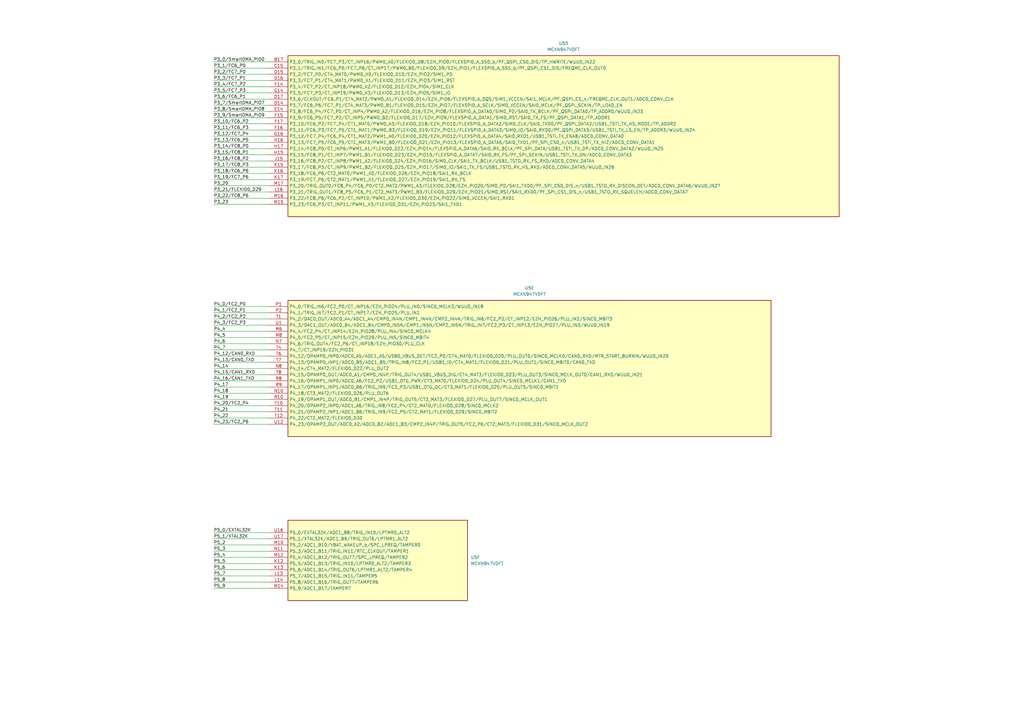
<source format=kicad_sch>
(kicad_sch (version 20231120) (generator "eeschema") (generator_version "8.0")
  (paper "A3")
  (title_block (title "MR-MCXN-T1 Sensor hub") (date "2025-01-17") (rev "X0") (company "NXP SEMICONDUCTORS B.V.") (comment 1 "CLASSIFICATION: INTERNAL USE ONLY") (comment 3 "DESIGNER: YOURI TILS") (comment 4 "CTO SYSTEM INNOVATIONS / MOBILE ROBOTICS DOMAIN"))
  (lib_symbols
    (symbol "MCXN:MCXN947VDFT"
      (property "Reference" "U" (at 1.27 3.81 0))
      (property "Value" "MCXN947VDFT" (at 7.62 1.27 0))
      (symbol "MCXN947VDFT_1_0"
        (rectangle (start 147.32 0) (end 0 -88.9) (stroke (width 0.254)) (fill (type background)))
        (pin passive line (at -7.62 -48.26 0) (length 7.62) (name "P0_17/TSI0_CH12/ADC0_A9/FC0_P1/CT0_MAT1/UTICK_CAP3/FLEXIO0_D1/PDM0_DATA0/I3C0_SCL/TP_HREADY") (number "A10"))
        (pin passive line (at -7.62 -27.94 0) (length 7.62) (name "P0_9/ADC0_B9/FC0_P5/CT_INP1/FLEXIO0_D1") (number "A12"))
        (pin passive line (at -7.62 -17.78 0) (length 7.62) (name "P0_5/TSI0_CH9/EWM0_OUT_b/FC0_P1/FC1_P5/CT0_MAT3/UTICK_CAP3/PDM0_DATA0") (number "A14"))
        (pin passive line (at -7.62 -7.62 0) (length 7.62) (name "P0_1/TCLK/SWCLK/FC1_P1/CT_INP1") (number "A16"))
        (pin passive line (at -7.62 -5.08 0) (length 7.62) (name "P0_0/TMS/SWDIO/FC1_P0/CT_INP0") (number "A17"))
        (pin passive line (at -7.62 -68.58 0) (length 7.62) (name "P0_25/ADC0_B17/FC1_P1/CT0_MAT1") (number "A6"))
        (pin passive line (at -7.62 -58.42 0) (length 7.62) (name "P0_21/TSI0_CH16/ADC0_A13/FC0_P5/FC1_P1/CT_INP1/FLEXIO0_D5/I3C0_SCL") (number "A8"))
        (pin passive line (at -7.62 -45.72 0) (length 7.62) (name "P0_16/TSI0_CH11/ADC0_A8/FC0_P0/CT0_MAT0/UTICK_CAP2/FLEXIO0_D0/PDM0_CLK/I3C0_SDA/TP_HRESP/WUU0_IN2") (number "B10"))
        (pin passive line (at -7.62 -33.02 0) (length 7.62) (name "P0_11/ADC0_B11/CT0_MAT1/FLEXIO0_D3/HSCMP2_OUT") (number "B11"))
        (pin passive line (at -7.62 -30.48 0) (length 7.62) (name "P0_10/ADC0_B10/FC0_P6/CT0_MAT0/FLEXIO0_D2") (number "B12"))
        (pin passive line (at -7.62 -15.24 0) (length 7.62) (name "P0_4/TSI0_CH8/EWM0_IN/FC0_P0/FC1_P4/CT0_MAT2/UTICK_CAP2/HSCMP1_OUT/PDM0_CLK/WUU0_IN0") (number "B14"))
        (pin passive line (at -7.62 -12.7 0) (length 7.62) (name "P0_3/CMP1_IN1/TDI/FC1_P3/CT0_MAT1/UTICK_CAP1/HSCMP0_OUT") (number "B15"))
        (pin passive line (at -7.62 -10.16 0) (length 7.62) (name "P0_2/TDO/SWO/FC1_P2/CT0_MAT0/UTICK_CAP0/I3C0_PUR") (number "B16"))
        (pin passive line (at -7.62 -66.04 0) (length 7.62) (name "P0_24/ADC0_B16/FC1_P0/CT0_MAT0") (number "B6"))
        (pin passive line (at -7.62 -63.5 0) (length 7.62) (name "P0_23/ADC0_A15/CMP2_IN2/EWM0_OUT_b/FC1_P3/CT_INP3/FLEXIO0_D7/WUU0_IN5") (number "B7"))
        (pin passive line (at -7.62 -60.96 0) (length 7.62) (name "P0_22/ADC0_A14/CMP1_IN2/EWM0_IN/FC0_P6/FC1_P2/CT_INP2/FLEXIO0_D6/I3C0_PUR") (number "B8"))
        (pin passive line (at -7.62 -50.8 0) (length 7.62) (name "P0_18/TSI0_CH13/ADC0_A10/EWM0_IN/FC0_P2/CT0_MAT2/FLEXIO0_D2/HSCMP0_OUT/PDM0_DATA1") (number "C10"))
        (pin passive line (at -7.62 -25.4 0) (length 7.62) (name "P0_8/ADC0_B8/FC0_P4/CT_INP0/FLEXIO0_D0") (number "C12"))
        (pin passive line (at -7.62 -22.86 0) (length 7.62) (name "P0_7/CMP2_IN1/FC0_P3/CT_INP3/WUU0_IN1") (number "C13"))
        (pin passive line (at -7.62 -20.32 0) (length 7.62) (name "P0_6/TSI0_CH10/ISPMODE_N/FC0_P2/FC1_P6/CT_INP2/HSCMP2_OUT/PDM0_DATA1/CLKOUT") (number "C14"))
        (pin passive line (at -7.62 -55.88 0) (length 7.62) (name "P0_20/TSI0_CH15/ADC0_A12/FC0_P4/FC1_P0/CT_INP0/FLEXIO0_D4/I3C0_SDA/WUU0_IN4") (number "C8"))
        (pin passive line (at -7.62 -53.34 0) (length 7.62) (name "P0_19/TSI0_CH14/ADC0_A11/EWM0_OUT_b/FC0_P3/CT0_MAT3/FLEXIO0_D3/HSCMP1_OUT/WUU0_IN3") (number "C9"))
        (pin passive line (at -7.62 -35.56 0) (length 7.62) (name "P0_12/ADC0_B12/NVM_TM0/FC1_P4/FC0_P0/CT0_MAT2/FLEXIO0_D4") (number "D11"))
        (pin passive line (at -7.62 -83.82 0) (length 7.62) (name "P0_31/ADC0_B23/CT_INP3") (number "D7"))
        (pin passive line (at -7.62 -73.66 0) (length 7.62) (name "P0_27/ADC0_B19/FC1_P3/CT0_MAT3") (number "E10"))
        (pin passive line (at -7.62 -40.64 0) (length 7.62) (name "P0_14/ADC0_B14/NVM_TM2/FC1_P6/FC0_P2/CT_INP2/UTICK_CAP0/FLEXIO0_D6") (number "E11"))
        (pin passive line (at -7.62 -81.28 0) (length 7.62) (name "P0_30/ADC0_B22/FC1_P6/FC0_P6/CT_INP2") (number "E7"))
        (pin passive line (at -7.62 -76.2 0) (length 7.62) (name "P0_28/ADC0_B20/FC1_P4/FC0_P4/CT_INP0") (number "E8"))
        (pin passive line (at -7.62 -71.12 0) (length 7.62) (name "P0_26/ADC0_B18/FC1_P2/CT0_MAT2") (number "F10"))
        (pin passive line (at -7.62 -38.1 0) (length 7.62) (name "P0_13/ADC0_B13/NVM_TM1/FC1_P5/FC0_P1/CT0_MAT3/FLEXIO0_D5") (number "F12"))
        (pin passive line (at -7.62 -78.74 0) (length 7.62) (name "P0_29/ADC0_B21/FC1_P5/FC0_P5/CT_INP1") (number "F8"))
        (pin passive line (at -7.62 -43.18 0) (length 7.62) (name "P0_15/ADC0_B15/NVM_TM3/FC0_P3/CT_INP3/UTICK_CAP1/FLEXIO0_D7") (number "G13"))
      )
      (symbol "MCXN947VDFT_2_0"
        (rectangle (start 248.92 0) (end 0 -71.12) (stroke (width 0.254)) (fill (type background)))
        (pin passive line (at -7.62 -22.86 0) (length 7.62) (name "P1_8/TSI0_CH17/ADC1_A8/TRACE_DATA0/FC4_P0/FC5_P4/CT_INP8/SCT0_OUT2/FLEXIO0_D16/EZH_PIO4/PLU_OUT0/ENET0_TXD2/I3C1_SDA/TP_DATA0/WUU0_IN10/LPTMR1_ALT3") (number "A1"))
        (pin passive line (at -7.62 -20.32 0) (length 7.62) (name "P1_7/TSI0_CH7/ADC0_A23/TRIG_OUT2/FC5_P3/CT_INP7/SCT0_IN1/FLEXIO0_D15/EZH_PIO3/PLU_CLK/ENET0_TXD1/SAI1_RX_FS/CAN1_RXD/USB0_DO_TXDATA_TEST/ADC1_CONV_DATA3/WUU0_IN9") (number "A2"))
        (pin passive line (at -7.62 -12.7 0) (length 7.62) (name "P1_4/TSI0_CH4/ADC0_A20/CMP0_IN2/FREQME_CLK_IN0/FC3_P4/FC5_P0/CT1_MAT2/SCT0_OUT0/FLEXIO0_D12/EZH_PIO0/ENET0_TX_CLK/SAI0_TXD1/USB0_IND_RXDM_TEST/ADC1_CONV_DATA0/WUU0_IN8") (number "A4"))
        (pin passive line (at -7.62 -25.4 0) (length 7.62) (name "P1_9/TSI0_CH18/ADC1_A9/TRACE_DATA1/FC4_P1/FC5_P5/CT_INP9/SCT0_OUT3/FLEXIO0_D17/EZH_PIO5/PLU_OUT1/ENET0_TXD3/I3C1_SCL/TP_DATA1") (number "B1"))
        (pin passive line (at -7.62 -17.78 0) (length 7.62) (name "P1_6/TSI0_CH6/ADC0_A22/TRIG_IN2/FC3_P6/FC5_P2/CT_INP6/SCT0_IN0/FLEXIO0_D14/EZH_PIO2/ENET0_TXD0/SAI1_RX_BCLK/CAN1_TXD/USB0_IND_RXDIFF_TEST/ADC1_CONV_DATA2") (number "B2"))
        (pin passive line (at -7.62 -15.24 0) (length 7.62) (name "P1_5/TSI0_CH5/ADC0_A21/CMP0_IN3/FREQME_CLK_IN1/FC3_P5/FC5_P1/CT1_MAT3/SCT0_OUT1/FLEXIO0_D13/EZH_PIO1/ENET0_TXEN/SAI0_RXD1/USB0_IND_RXDP_TEST/ADC1_CONV_DATA1") (number "B3"))
        (pin passive line (at -7.62 -10.16 0) (length 7.62) (name "P1_3/TSI0_CH3/ADC0_A19/CMP0_IN1/TRIG_OUT1/FC3_P3/CT1_MAT1/SCT0_IN7/FLEXIO0_D11/ENET0_MDIO/SAI1_RXD0/CAN0_RXD/TP_HTRANS/WUU0_IN7") (number "B4"))
        (pin passive line (at -7.62 -27.94 0) (length 7.62) (name "P1_10/TSI0_CH19/ADC1_A10/TRACE_DATA2/FC4_P2/FC5_P6/CT2_MAT0/SCT0_IN2/FLEXIO0_D18/EZH_PIO6/PLU_IN0/ENET0_TXER/CAN0_TXD/TP_DATA2") (number "C3"))
        (pin passive line (at -7.62 -7.62 0) (length 7.62) (name "P1_2/TSI0_CH2/ADC0_A18/CMP2_IN0/TRIG_OUT0/FC3_P2/FC4_P6/CT1_MAT0/SCT0_IN6/FLEXIO0_D10/ENET0_MDC/SAI1_TXD0/CAN0_TXD/USB0_OBE_TXDATA_b_TEST/ADC1_CONV_CLK") (number "C4"))
        (pin passive line (at -7.62 -5.08 0) (length 7.62) (name "P1_1/TSI0_CH1/ADC0_A17/CMP1_IN0/TRIG_IN1/FC3_P1/FC4_P5/CT_INP5/SCT0_OUT7/FLEXIO0_D9/SAI1_TX_FS/NVM_SDO") (number "C5"))
        (pin passive line (at -7.62 -2.54 0) (length 7.62) (name "P1_0/TSI0_CH0/ADC0_A16/CMP0_IN0/TRIG_IN0/FC3_P0/FC4_P4/CT_INP4/SCT0_OUT6/FLEXIO0_D8/SAI1_TX_BCLK/WUU0_IN6/LPTMR0_ALT3") (number "C6"))
        (pin passive line (at -7.62 -35.56 0) (length 7.62) (name "P1_13/TSI0_CH22/ADC1_A13/TRIG_IN3/FC4_P5/FC3_P1/CT2_MAT3/SCT0_OUT5/FLEXIO0_D21/EZH_PIO9/PLU_OUT3/ENET0_RXDV/CAN1_TXD/USB0_OBE_TXBIAS_b_TEST/ADC1_CONV_DATA5") (number "D1"))
        (pin passive line (at -7.62 -33.02 0) (length 7.62) (name "P1_12/TSI0_CH21/ADC1_A12/TRACE_CLK/FC4_P4/FC3_P0/CT2_MAT2/SCT0_OUT4/FLEXIO0_D20/EZH_PIO8/PLU_OUT2/ENET0_RXER/CAN1_RXD/USB0_PUE_PULLDWN_DP_TEST/ADC1_CONV_DATA4/WUU0_IN12") (number "D2"))
        (pin passive line (at -7.62 -30.48 0) (length 7.62) (name "P1_11/TSI0_CH20/ADC1_A11/TRACE_DATA3/FC4_P3/CT2_MAT1/SCT0_IN3/FLEXIO0_D19/EZH_PIO7/PLU_IN1/ENET0_RX_CLK/I3C1_PUR/CAN0_RXD/TP_DATA3/WUU0_IN11") (number "D3"))
        (pin passive line (at -7.62 -38.1 0) (length 7.62) (name "P1_14/TSI0_CH23/ADC1_A14/FC4_P6/FC3_P2/CT_INP10/SCT0_IN4/FLEXIO0_D22/EZH_PIO10/PLU_IN2/ENET0_RXD0/USB0_DO_TXSZERO_TEST/ADC1_CONV_DATA6") (number "D4"))
        (pin passive line (at -7.62 -40.64 0) (length 7.62) (name "P1_15/TSI0_CH24/ADC1_A15/FC3_P3/CT_INP11/SCT0_IN5/FLEXIO0_D23/EZH_PIO11/PLU_IN3/ENET0_RXD1/I3C1_PUR/USB0_SRE_LOWSPEED_TEST/ADC1_CONV_DATA7/WUU0_IN13") (number "E4"))
        (pin passive line (at -7.62 -63.5 0) (length 7.62) (name "P1_30/XTAL48M/TRIG_OUT3/CT_INP16/SCT0_OUT8/SAI0_MCLK") (number "F1"))
        (pin passive line (at -7.62 -66.04 0) (length 7.62) (name "P1_31/EXTAL48M/TRIG_IN4/CT_INP17/SCT0_OUT9") (number "F2"))
        (pin passive line (at -7.62 -45.72 0) (length 7.62) (name "P1_17/ADC1_A17/FC5_P1/FC3_P5/CT_INP13/SCT0_OUT7/FLEXIO0_D25/EZH_PIO13/PLU_OUT5/ENET0_RXD3/I3C1_SCL") (number "F4"))
        (pin passive line (at -7.62 -43.18 0) (length 7.62) (name "P1_16/ADC1_A16/FC5_P0/FC3_P4/CT_INP12/SCT0_OUT6/FLEXIO0_D24/EZH_PIO12/PLU_OUT4/ENET0_RXD2/I3C1_SDA/WUU0_IN14") (number "F6"))
        (pin passive line (at -7.62 -48.26 0) (length 7.62) (name "P1_18/ADC1_A18/FREQME_CLK_IN0/FC5_P2/FC3_P6/CT3_MAT0/SCT0_IN6/FLEXIO0_D26/EZH_PIO14/PLU_IN4/ENET0_COL/CAN0_TXD") (number "G4"))
        (pin passive line (at -7.62 -50.8 0) (length 7.62) (name "P1_19/ADC1_A19/FREQME_CLK_IN1/FC5_P3/CT3_MAT1/SCT0_IN7/FLEXIO0_D27/EZH_PIO15/PLU_IN5/ENET0_CRS/CAN0_RXD/WUU0_IN15") (number "G5"))
        (pin passive line (at -7.62 -53.34 0) (length 7.62) (name "P1_20/ADC1_A20/CMP1_IN3/TRIG_IN2/FC5_P4/FC4_P0/CT3_MAT2/SCT0_OUT8/FLEXIO0_D28/EZH_PIO16/PLU_OUT6/ENET0_MDC/CAN1_TXD") (number "K5"))
        (pin passive line (at -7.62 -58.42 0) (length 7.62) (name "P1_22/ADC1_A22/TRIG_IN3/FC5_P6/FC4_P2/CT_INP14/SCT0_OUT4/FLEXIO0_D30/EZH_PIO18") (number "L4"))
        (pin passive line (at -7.62 -55.88 0) (length 7.62) (name "P1_21/ADC1_A21/CMP2_IN3/TRIG_OUT2/FC5_P5/FC4_P1/CT3_MAT3/SCT0_OUT9/FLEXIO0_D29/EZH_PIO17/PLU_OUT7/ENET0_MDIO/SAI1_MCLK/CAN1_RXD") (number "L5"))
        (pin passive line (at -7.62 -60.96 0) (length 7.62) (name "P1_23/ADC1_A23/FC4_P3/CT_INP15/SCT0_OUT5/FLEXIO0_D31/EZH_PIO19") (number "M4"))
      )
      (symbol "MCXN947VDFT_3_0"
        (rectangle (start 223.52 0) (end 0 -35.56) (stroke (width 0.254)) (fill (type background)))
        (pin passive line (at -7.62 -5.08 0) (length 7.62) (name "P2_1/TRACE_CLK/SDHC0_D4/SCT0_IN1/PWM1_B3/FLEXIO0_D9/EZH_PIO21/FLEXSPI0_B_DQS/SINC0_MCLK_OUT0/SAI0_RX_FS/ESPI0_NOTIFY") (number "H1"))
        (pin passive line (at -7.62 -2.54 0) (length 7.62) (name "P2_0/TRIG_IN5/FC9_P6/SDHC0_D5/SCT0_IN0/PWM1_A3/FLEXIO0_D8/EZH_PIO20/FLEXSPI0_B_SS1_b/SAI0_RX_BCLK/ESPI0_RST") (number "H2"))
        (pin passive line (at -7.62 -7.62 0) (length 7.62) (name "P2_2/CLKOUT/FC9_P3/SDHC0_D1/SCT0_OUT0/PWM1_A2/FLEXIO0_D10/EZH_PIO22/FLEXSPI0_B_SS0_b/SINC0_MCLK0/SAI0_TXD0/ESPI0_CSn/USB0_IBE_RXDIFF_b_TEST/WUU0_IN16") (number "H3"))
        (pin passive line (at -7.62 -10.16 0) (length 7.62) (name "P2_3/FC9_P1/SDHC0_D0/SCT0_OUT1/PWM1_B2/FLEXIO0_D11/EZH_PIO23/FLEXSPI0_B_SCLK/SINC0_MBIT0/SAI0_RXD0/ESPI0_CLK/USB0_PUE_PULLDWN_DM_TEST") (number "J3"))
        (pin passive line (at -7.62 -15.24 0) (length 7.62) (name "P2_5/TRIG_OUT3/FC9_P2/SDHC0_CMD/SCT0_OUT3/PWM1_B1/FLEXIO0_D13/EZH_PIO25/FLEXSPI0_B_DATA1/SINC0_MBIT1/SAI0_TXD1/ESPI0_DATA1/USB0_SRE_LOWSPEED_TEST") (number "K1"))
        (pin passive line (at -7.62 -17.78 0) (length 7.62) (name "P2_6/TRIG_IN4/FC9_P4/SDHC0_D3/SCT0_OUT4/PWM1_A0/FLEXIO0_D14/EZH_PIO26/FLEXSPI0_B_DATA2/SINC0_MCLK2/SAI0_TX_BCLK/ESPI0_DATA2/USB0_PUIMPSEL_PULLUP_DP_TEST") (number "K2"))
        (pin passive line (at -7.62 -12.7 0) (length 7.62) (name "P2_4/FC9_P0/SDHC0_CLK/SCT0_OUT2/PWM1_A1/FLEXIO0_D12/EZH_PIO24/FLEXSPI0_B_DATA0/SINC0_MCLK1/SAI0_RXD1/ESPI0_DATA0/USB0_PUE_PULLUP_DP_TEST/WUU0_IN17") (number "K3"))
        (pin passive line (at -7.62 -20.32 0) (length 7.62) (name "P2_7/TRIG_IN5/FC9_P5/SDHC0_D2/SCT0_OUT5/PWM1_B0/FLEXIO0_D15/EZH_PIO27/FLEXSPI0_B_DATA3/SINC0_MBIT2/SAI0_TX_FS/ESPI0_DATA3/USB1_TSTO_PLL_OUT_DIV") (number "L2"))
        (pin passive line (at -7.62 -25.4 0) (length 7.62) (name "P2_9/TRACE_DATA1/SDHC0_D6/SCT0_IN3/PWM1_X1/FLEXIO0_D17/EZH_PIO29/FLEXSPI0_B_DATA5/SINC0_MBIT3/SAI1_RXD0") (number "M1"))
        (pin passive line (at -7.62 -22.86 0) (length 7.62) (name "P2_8/TRACE_DATA0/SDHC0_D7/SCT0_IN2/PWM1_X0/FLEXIO0_D16/EZH_PIO28/FLEXSPI0_B_DATA4/SINC0_MCLK3/SAI1_TXD0") (number "M2"))
        (pin passive line (at -7.62 -27.94 0) (length 7.62) (name "P2_10/TRACE_DATA2/SCT0_IN4/PWM1_X2/FLEXIO0_D18/EZH_PIO31/FLEXSPI0_B_DATA6/SINC0_MCLK4/SAI1_RXD1") (number "M3"))
        (pin passive line (at -7.62 -30.48 0) (length 7.62) (name "P2_11/TRACE_DATA3/SCT0_IN5/PWM1_X3/FLEXIO0_D19/EZH_PIO30/FLEXSPI0_B_DATA7/SINC0_MBIT4/SAI1_TXD1") (number "N4"))
      )
      (symbol "MCXN947VDFT_4_0"
        (rectangle (start 226.06 0) (end 0 -66.04) (stroke (width 0.254)) (fill (type background)))
        (pin passive line (at -7.62 -2.54 0) (length 7.62) (name "P3_0/TRIG_IN0/FC7_P3/CT_INP16/PWM0_A0/FLEXIO0_D8/EZH_PIO0/FLEXSPI0_A_SS0_b/PF_QSPI_CS0_DIS/TP_HWRITE/WUU0_IN22") (number "B17"))
        (pin passive line (at -7.62 -5.08 0) (length 7.62) (name "P3_1/TRIG_IN1/FC6_P0/FC7_P6/CT_INP17/PWM0_B0/FLEXIO0_D9/EZH_PIO1/FLEXSPI0_A_SS1_b/PF_QSPI_CS1_DIS/FREQME_CLK_OUT0") (number "C15"))
        (pin passive line (at -7.62 -20.32 0) (length 7.62) (name "P3_7/FC6_P6/FC7_P1/CT4_MAT3/PWM0_B1/FLEXIO0_D15/EZH_PIO7/FLEXSPI0_A_SCLK/SIM0_VCCEN/SAI0_MCLK/PF_QSPI_SCKIN/TP_LOAD_EN") (number "D14"))
        (pin passive line (at -7.62 -7.62 0) (length 7.62) (name "P3_2/FC7_P0/CT4_MAT0/PWM0_X0/FLEXIO0_D10/EZH_PIO2/SIM1_PD") (number "D15"))
        (pin passive line (at -7.62 -10.16 0) (length 7.62) (name "P3_3/FC7_P1/CT4_MAT1/PWM0_X1/FLEXIO0_D11/EZH_PIO3/SIM1_RST") (number "D16"))
        (pin passive line (at -7.62 -17.78 0) (length 7.62) (name "P3_6/CLKOUT/FC6_P1/CT4_MAT2/PWM0_A1/FLEXIO0_D14/EZH_PIO6/FLEXSPI0_A_DQS/SIM1_VCCEN/SAI1_MCLK/PF_QSPI_CS_n/FREQME_CLK_OUT1/ADC0_CONV_CLK") (number "D17"))
        (pin passive line (at -7.62 -22.86 0) (length 7.62) (name "P3_8/FC6_P4/FC7_P0/CT_INP4/PWM0_A2/FLEXIO0_D16/EZH_PIO8/FLEXSPI0_A_DATA0/SIM0_PD/SAI0_TX_BCLK/PF_QSPI_DATA0/TP_ADDR0/WUU0_IN23") (number "E14"))
        (pin passive line (at -7.62 -12.7 0) (length 7.62) (name "P3_4/FC7_P2/CT_INP18/PWM0_X2/FLEXIO0_D12/EZH_PIO4/SIM1_CLK") (number "F14"))
        (pin passive line (at -7.62 -25.4 0) (length 7.62) (name "P3_9/FC6_P5/FC7_P2/CT_INP5/PWM0_B2/FLEXIO0_D17/EZH_PIO9/FLEXSPI0_A_DATA1/SIM0_RST/SAI0_TX_FS/PF_QSPI_DATA1/TP_ADDR1") (number "F15"))
        (pin passive line (at -7.62 -30.48 0) (length 7.62) (name "P3_11/FC6_P3/FC7_P5/CT1_MAT1/PWM0_B3/FLEXIO0_D19/EZH_PIO11/FLEXSPI0_A_DATA3/SIM0_IO/SAI0_RXD0/PF_QSPI_DATA3/USB1_TSTI_TX_LS_EN/TP_ADDR3/WUU0_IN24") (number "F16"))
        (pin passive line (at -7.62 -27.94 0) (length 7.62) (name "P3_10/FC6_P2/FC7_P4/CT1_MAT0/PWM0_A3/FLEXIO0_D18/EZH_PIO10/FLEXSPI0_A_DATA2/SIM0_CLK/SAI0_TXD0/PF_QSPI_DATA2/USB1_TSTI_TX_HS_MODE/TP_ADDR2") (number "F17"))
        (pin passive line (at -7.62 -15.24 0) (length 7.62) (name "P3_5/FC7_P3/CT_INP19/PWM0_X3/FLEXIO0_D13/EZH_PIO5/SIM1_IO") (number "G14"))
        (pin passive line (at -7.62 -33.02 0) (length 7.62) (name "P3_12/FC7_P4/FC6_P4/CT1_MAT2/PWM1_A0/FLEXIO0_D20/EZH_PIO12/FLEXSPI0_A_DATA4/SAI0_RXD1/USB1_TSTI_TX_ENAB/ADC0_CONV_DATA0") (number "G16"))
        (pin passive line (at -7.62 -40.64 0) (length 7.62) (name "P3_15/FC8_P1/CT_INP7/PWM1_B1/FLEXIO0_D23/EZH_PIO15/FLEXSPI0_A_DATA7/SAI0_RX_FS/PF_SPI_SCKIN/USB1_TSTI_TX_DN/ADC0_CONV_DATA3") (number "H15"))
        (pin passive line (at -7.62 -35.56 0) (length 7.62) (name "P3_13/FC7_P5/FC6_P5/CT1_MAT3/PWM1_B0/FLEXIO0_D21/EZH_PIO13/FLEXSPI0_A_DATA5/SAI0_TXD1/PF_SPI_CS0_n/USB1_TSTI_TX_HIZ/ADC0_CONV_DATA1") (number "H16"))
        (pin passive line (at -7.62 -38.1 0) (length 7.62) (name "P3_14/FC8_P0/CT_INP6/PWM1_A1/FLEXIO0_D22/EZH_PIO14/FLEXSPI0_A_DATA6/SAI0_RX_BCLK/PF_SPI_DATA/USB1_TSTI_TX_DP/ADC0_CONV_DATA2/WUU0_IN25") (number "H17"))
        (pin passive line (at -7.62 -43.18 0) (length 7.62) (name "P3_16/FC8_P2/CT_INP8/PWM1_A2/FLEXIO0_D24/EZH_PIO16/SIM0_CLK/SAI1_TX_BCLK/USB1_TSTO_RX_FS_RXD/ADC0_CONV_DATA4") (number "J15"))
        (pin passive line (at -7.62 -45.72 0) (length 7.62) (name "P3_17/FC8_P3/CT_INP9/PWM1_B2/FLEXIO0_D25/EZH_PIO17/SIM0_IO/SAI1_TX_FS/USB1_TSTO_RX_HS_RXD/ADC0_CONV_DATA5/WUU0_IN26") (number "K15"))
        (pin passive line (at -7.62 -48.26 0) (length 7.62) (name "P3_18/FC6_P6/CT2_MAT0/PWM1_X0/FLEXIO0_D26/EZH_PIO18/SAI1_RX_BCLK") (number "K16"))
        (pin passive line (at -7.62 -50.8 0) (length 7.62) (name "P3_19/FC7_P6/CT2_MAT1/PWM1_X1/FLEXIO0_D27/EZH_PIO19/SAI1_RX_FS") (number "K17"))
        (pin passive line (at -7.62 -55.88 0) (length 7.62) (name "P3_21/TRIG_OUT1/FC8_P5/FC6_P1/CT2_MAT3/PWM1_B3/FLEXIO0_D29/EZH_PIO21/SIM0_RST/SAI1_RXD0/PF_SPI_CS1_DIS_n/USB1_TSTO_RX_SQUELCH/ADC0_CONV_DATA7") (number "L16"))
        (pin passive line (at -7.62 -60.96 0) (length 7.62) (name "P3_23/FC6_P3/CT_INP11/PWM1_X3/FLEXIO0_D31/EZH_PIO23/SAI1_TXD1") (number "M15"))
        (pin passive line (at -7.62 -58.42 0) (length 7.62) (name "P3_22/FC8_P6/FC6_P2/CT_INP10/PWM1_X2/FLEXIO0_D30/EZH_PIO22/SIM0_VCCEN/SAI1_RXD1") (number "M16"))
        (pin passive line (at -7.62 -53.34 0) (length 7.62) (name "P3_20/TRIG_OUT0/FC8_P4/FC6_P0/CT2_MAT2/PWM1_A3/FLEXIO0_D28/EZH_PIO20/SIM0_PD/SAI1_TXD0/PF_SPI_CS0_DIS_n/USB1_TSTO_RX_DISCON_DET/ADC0_CONV_DATA6/WUU0_IN27") (number "M17"))
      )
      (symbol "MCXN947VDFT_5_0"
        (rectangle (start 198.12 0) (end 0 -55.88) (stroke (width 0.254)) (fill (type background)))
        (pin passive line (at -7.62 -12.7 0) (length 7.62) (name "P4_4/FC2_P4/CT_INP14/EZH_PIO28/PLU_IN4/SINC0_MCLK4") (number "M6"))
        (pin passive line (at -7.62 -15.24 0) (length 7.62) (name "P4_5/FC2_P5/CT_INP15/EZH_PIO29/PLU_IN5/SINC0_MBIT4") (number "M8"))
        (pin passive line (at -7.62 -38.1 0) (length 7.62) (name "P4_18/CT3_MAT2/FLEXIO0_D26/PLU_OUT6") (number "N10"))
        (pin passive line (at -7.62 -17.78 0) (length 7.62) (name "P4_6/TRIG_OUT4/FC2_P6/CT_INP18/EZH_PIO30/PLU_CLK") (number "N7"))
        (pin passive line (at -7.62 -27.94 0) (length 7.62) (name "P4_14/CT4_MAT2/FLEXIO0_D22/PLU_OUT2") (number "N8"))
        (pin passive line (at -7.62 -2.54 0) (length 7.62) (name "P4_0/TRIG_IN6/FC2_P0/CT_INP16/EZH_PIO24/PLU_IN0/SINC0_MCLK3/WUU0_IN18") (number "P1"))
        (pin passive line (at -7.62 -5.08 0) (length 7.62) (name "P4_1/TRIG_IN7/FC2_P1/CT_INP17/EZH_PIO25/PLU_IN1") (number "P2"))
        (pin passive line (at -7.62 -40.64 0) (length 7.62) (name "P4_19/OPAMP1_OUT/ADC0_B1/CMP1_IN4P/TRIG_OUT5/CT3_MAT3/FLEXIO0_D27/PLU_OUT7/SINC0_MCLK_OUT1") (number "R10"))
        (pin passive line (at -7.62 -33.02 0) (length 7.62) (name "P4_16/OPAMP1_INP0/ADC0_A6/FC2_P2/USB1_OTG_PWR/CT3_MAT0/FLEXIO0_D24/PLU_OUT4/SINC0_MCLK1/CAN1_TXD") (number "R8"))
        (pin passive line (at -7.62 -35.56 0) (length 7.62) (name "P4_17/OPAMP1_INP1/ADC0_B6/TRIG_IN9/FC2_P3/USB1_OTG_OC/CT3_MAT1/FLEXIO0_D25/PLU_OUT5/SINC0_MBIT1") (number "R9"))
        (pin passive line (at -7.62 -7.62 0) (length 7.62) (name "P4_2/DAC0_OUT/ADC0_A4/ADC1_A4/CMP0_IN4N/CMP1_IN4N/CMP2_IN4N/TRIG_IN6/FC2_P2/CT_INP12/EZH_PIO26/PLU_IN2/SINC0_MBIT3") (number "T1"))
        (pin passive line (at -7.62 -43.18 0) (length 7.62) (name "P4_20/OPAMP2_INP0/ADC1_A6/TRIG_IN8/FC2_P4/CT2_MAT0/FLEXIO0_D28/SINC0_MCLK2") (number "T10"))
        (pin passive line (at -7.62 -45.72 0) (length 7.62) (name "P4_21/OPAMP2_INP1/ADC1_B6/TRIG_IN9/FC2_P5/CT2_MAT1/FLEXIO0_D29/SINC0_MBIT2") (number "T11"))
        (pin passive line (at -7.62 -48.26 0) (length 7.62) (name "P4_22/CT2_MAT2/FLEXIO0_D30") (number "T12"))
        (pin passive line (at -7.62 -20.32 0) (length 7.62) (name "P4_7/CT_INP19/EZH_PIO31") (number "T4"))
        (pin passive line (at -7.62 -22.86 0) (length 7.62) (name "P4_12/OPAMP0_INP0/ADC0_A5/ADC1_A5/USB0_VBUS_DET/FC2_P0/CT4_MAT0/FLEXIO0_D20/PLU_OUT0/SINC0_MCLK0/CAN0_RXD/MTR_START_BURNIN/WUU0_IN20") (number "T6"))
        (pin passive line (at -7.62 -25.4 0) (length 7.62) (name "P4_13/OPAMP0_INP1/ADC0_B5/ADC1_B5/TRIG_IN8/FC2_P1/USB1_ID/CT4_MAT1/FLEXIO0_D21/PLU_OUT1/SINC0_MBIT0/CAN0_TXD") (number "T7"))
        (pin passive line (at -7.62 -30.48 0) (length 7.62) (name "P4_15/OPAMP0_OUT/ADC0_A1/CMP0_IN4P/TRIG_OUT4/USB1_VBUS_DIG/CT4_MAT3/FLEXIO0_D23/PLU_OUT3/SINC0_MCLK_OUT0/CAN1_RXD/WUU0_IN21") (number "T8"))
        (pin passive line (at -7.62 -10.16 0) (length 7.62) (name "P4_3/DAC1_OUT/ADC0_B4/ADC1_B4/CMP0_IN5N/CMP1_IN5N/CMP2_IN5N/TRIG_IN7/FC2_P3/CT_INP13/EZH_PIO27/PLU_IN3/WUU0_IN19") (number "U1"))
        (pin passive line (at -7.62 -50.8 0) (length 7.62) (name "P4_23/OPAMP2_OUT/ADC0_A2/ADC0_B2/ADC1_B3/CMP2_IN4P/TRIG_OUT5/FC2_P6/CT2_MAT3/FLEXIO0_D31/SINC0_MCLK_OUT2") (number "U12"))
      )
      (symbol "MCXN947VDFT_6_0"
        (rectangle (start 73.66 0) (end 0 -33.02) (stroke (width 0.254)) (fill (type background)))
        (pin passive line (at -7.62 -17.78 0) (length 7.62) (name "P5_5/ADC1_B13/TRIG_IN10/LPTMR0_ALT2/TAMPER3") (number "K12"))
        (pin passive line (at -7.62 -20.32 0) (length 7.62) (name "P5_6/ADC1_B14/TRIG_OUT6/LPTMR1_ALT2/TAMPER4") (number "K13"))
        (pin passive line (at -7.62 -22.86 0) (length 7.62) (name "P5_7/ADC1_B15/TRIG_IN11/TAMPER5") (number "L13"))
        (pin passive line (at -7.62 -25.4 0) (length 7.62) (name "P5_8/ADC1_B16/TRIG_OUT7/TAMPER6") (number "L14"))
        (pin passive line (at -7.62 -10.16 0) (length 7.62) (name "P5_2/ADC1_B10/VBAT_WAKEUP_b/SPC_LPREQ/TAMPER0") (number "M10"))
        (pin passive line (at -7.62 -15.24 0) (length 7.62) (name "P5_4/ADC1_B12/TRIG_OUT7/SPC_LPREQ/TAMPER2") (number "M12"))
        (pin passive line (at -7.62 -27.94 0) (length 7.62) (name "P5_9/ADC1_B17/TAMPER7") (number "M14"))
        (pin passive line (at -7.62 -12.7 0) (length 7.62) (name "P5_3/ADC1_B11/TRIG_IN11/RTC_CLKOUT/TAMPER1") (number "N11"))
        (pin passive line (at -7.62 -5.08 0) (length 7.62) (name "P5_0/EXTAL32K/ADC1_B8/TRIG_IN10/LPTMR0_ALT2") (number "U16"))
        (pin passive line (at -7.62 -7.62 0) (length 7.62) (name "P5_1/XTAL32K/ADC1_B9/TRIG_OUT6/LPTMR1_ALT2") (number "U17"))
      )
      (symbol "MCXN947VDFT_7_0"
        (rectangle (start 66.04 0) (end 0 -43.18) (stroke (width 0.254)) (fill (type background)))
        (pin passive line (at -7.62 -2.54 0) (length 7.62) (name "RESET_b") (number "F3"))
        (pin passive line (at -7.62 -22.86 0) (length 7.62) (name "USB1_ID") (number "P11"))
        (pin passive line (at 73.66 -2.54 180) (length 7.62) (name "ANA_0/ADC0_A0") (number "P3"))
        (pin passive line (at -7.62 -17.78 0) (length 7.62) (name "USB1_DP") (number "R13"))
        (pin passive line (at -7.62 -15.24 0) (length 7.62) (name "USB1_DM") (number "R14"))
        (pin passive line (at 73.66 -5.08 180) (length 7.62) (name "ANA_1/ADC0_B0") (number "R3"))
        (pin passive line (at -7.62 -7.62 0) (length 7.62) (name "USB0_DM/WUU0_IN28") (number "T14"))
        (pin passive line (at -7.62 -10.16 0) (length 7.62) (name "USB0_DP/WUU0_IN29") (number "T15"))
        (pin passive line (at 73.66 -10.16 180) (length 7.62) (name "ANA_4/ADC1_A0") (number "T2"))
        (pin passive line (at 73.66 -12.7 180) (length 7.62) (name "ANA_5/ADC1_B0") (number "T3"))
        (pin passive line (at 73.66 -38.1 180) (length 7.62) (name "ANA_22/OPAMP2_INN") (number "U10"))
        (pin passive line (at -7.62 -27.94 0) (length 7.62) (name "USB1_VBUS") (number "U14"))
        (pin passive line (at 73.66 -17.78 180) (length 7.62) (name "ANA_6/DAC2_OUT/ADC0_A3/ADC1_A3") (number "U2"))
        (pin passive line (at 73.66 -27.94 180) (length 7.62) (name "ANA_14/OPAMP0_INN") (number "U6"))
        (pin passive line (at 73.66 -33.02 180) (length 7.62) (name "ANA_18/OPAMP1_INN") (number "U8"))
      )
      (symbol "MCXN947VDFT_8_0"
        (rectangle (start 60.96 0) (end 0 -129.54) (stroke (width 0.254)) (fill (type background)))
        (pin passive line (at 68.58 -7.62 180) (length 7.62) (name "VSS_3") (number "D12"))
        (pin passive line (at 68.58 -2.54 180) (length 7.62) (name "VSS_1") (number "D6"))
        (pin passive line (at 68.58 -5.08 180) (length 7.62) (name "VSS_2") (number "D9"))
        (pin passive line (at 68.58 -12.7 180) (length 7.62) (name "VSS_5") (number "E13"))
        (pin passive line (at 68.58 -10.16 180) (length 7.62) (name "VSS_4") (number "E5"))
        (pin passive line (at -7.62 -20.32 0) (length 7.62) (name "VDD_P3_1") (number "G11"))
        (pin passive line (at 68.58 -15.24 180) (length 7.62) (name "VSS_6") (number "G2"))
        (pin passive line (at -7.62 -2.54 0) (length 7.62) (name "VDD_1") (number "G7"))
        (pin passive line (at -7.62 -22.86 0) (length 7.62) (name "VDD_P3_2") (number "H10"))
        (pin passive line (at -7.62 -25.4 0) (length 7.62) (name "VDD_P3_3") (number "H12"))
        (pin passive line (at 68.58 -22.86 180) (length 7.62) (name "VSS_9") (number "H13"))
        (pin passive line (at 68.58 -17.78 180) (length 7.62) (name "VSS_7") (number "H5"))
        (pin passive line (at -7.62 -5.08 0) (length 7.62) (name "VDD_2") (number "H6"))
        (pin passive line (at -7.62 -7.62 0) (length 7.62) (name "VDD_3") (number "H8"))
        (pin passive line (at 68.58 -20.32 180) (length 7.62) (name "VSS_8") (number "H9"))
        (pin passive line (at 68.58 -30.48 180) (length 7.62) (name "VSS_12") (number "J10"))
        (pin passive line (at 68.58 -33.02 180) (length 7.62) (name "VSS_13") (number "J14"))
        (pin passive line (at 68.58 -25.4 180) (length 7.62) (name "VSS_10") (number "J4"))
        (pin passive line (at 68.58 -27.94 180) (length 7.62) (name "VSS_11") (number "J8"))
        (pin passive line (at -7.62 -119.38 0) (length 7.62) (name "VDD_CORE_1") (number "K10"))
        (pin passive line (at -7.62 -114.3 0) (length 7.62) (name "VDD_LDO_CORE") (number "K6"))
        (pin passive line (at -7.62 -12.7 0) (length 7.62) (name "VDD_P2_1") (number "K8"))
        (pin passive line (at 68.58 -35.56 180) (length 7.62) (name "VSS_14") (number "K9"))
        (pin passive line (at -7.62 -121.92 0) (length 7.62) (name "VDD_CORE_2") (number "L11"))
        (pin passive line (at -7.62 -15.24 0) (length 7.62) (name "VDD_P2_2") (number "L7"))
        (pin passive line (at 68.58 -38.1 180) (length 7.62) (name "VSS_15") (number "N13"))
        (pin passive line (at -7.62 -81.28 0) (length 7.62) (name "VDD_SYS/VOUT_SYS") (number "N14"))
        (pin passive line (at -7.62 -30.48 0) (length 7.62) (name "VDD_P4_1") (number "N5"))
        (pin passive line (at 68.58 -40.64 180) (length 7.62) (name "VSS_16") (number "P12"))
        (pin passive line (at 68.58 -43.18 180) (length 7.62) (name "VSS_17") (number "P14"))
        (pin passive line (at -7.62 -76.2 0) (length 7.62) (name "VDD_LDO_SYS") (number "P15"))
        (pin passive line (at 68.58 -60.96 180) (length 7.62) (name "VSS_DCDC") (number "P16"))
        (pin passive line (at -7.62 -99.06 0) (length 7.62) (name "DCDC_LX/DCDC_LX") (number "P17"))
        (pin passive line (at -7.62 -33.02 0) (length 7.62) (name "VDD_P4_2") (number "P4"))
        (pin passive line (at 68.58 -50.8 180) (length 7.62) (name "VSS_P4_1") (number "P6"))
        (pin passive line (at 68.58 -53.34 180) (length 7.62) (name "VSS_P4_2") (number "P7"))
        (pin passive line (at 68.58 -55.88 180) (length 7.62) (name "VSS_P4_3") (number "P9"))
        (pin passive line (at -7.62 -38.1 0) (length 7.62) (name "VDD_USB") (number "R12"))
        (pin passive line (at -7.62 -91.44 0) (length 7.62) (name "VDD_DCDC") (number "R15"))
        (pin passive line (at -7.62 -48.26 0) (length 7.62) (name "VDD_ANA") (number "R4"))
        (pin passive line (at -7.62 -53.34 0) (length 7.62) (name "VREFH") (number "R5"))
        (pin passive line (at -7.62 -58.42 0) (length 7.62) (name "VREFL") (number "R6"))
        (pin passive line (at 68.58 -45.72 180) (length 7.62) (name "VSS_18") (number "T16"))
        (pin passive line (at -7.62 -43.18 0) (length 7.62) (name "VDD_BAT") (number "T17"))
        (pin passive line (at -7.62 -66.04 0) (length 7.62) (name "ANA_7/VREFI/VREFO/ADC0_A7/ADC1_A7") (number "U4"))
      )
    )
  )
  (wire (pts (xy 87.63 81.28) (xy 110.49 81.28)))
  (wire (pts (xy 87.63 138.43) (xy 110.49 138.43)))
  (wire (pts (xy 87.63 223.52) (xy 110.49 223.52)))
  (wire (pts (xy 87.63 35.56) (xy 110.49 35.56)))
  (wire (pts (xy 87.63 27.94) (xy 110.49 27.94)))
  (wire (pts (xy 87.63 38.1) (xy 110.49 38.1)))
  (wire (pts (xy 87.63 241.3) (xy 110.49 241.3)))
  (wire (pts (xy 87.63 236.22) (xy 110.49 236.22)))
  (wire (pts (xy 87.63 171.45) (xy 110.49 171.45)))
  (wire (pts (xy 87.63 166.37) (xy 110.49 166.37)))
  (wire (pts (xy 87.63 218.44) (xy 110.49 218.44)))
  (wire (pts (xy 87.63 173.99) (xy 110.49 173.99)))
  (wire (pts (xy 87.63 73.66) (xy 110.49 73.66)))
  (wire (pts (xy 87.63 60.96) (xy 110.49 60.96)))
  (wire (pts (xy 87.63 128.27) (xy 110.49 128.27)))
  (wire (pts (xy 87.63 76.2) (xy 110.49 76.2)))
  (wire (pts (xy 87.63 140.97) (xy 110.49 140.97)))
  (wire (pts (xy 87.63 83.82) (xy 110.49 83.82)))
  (wire (pts (xy 87.63 233.68) (xy 110.49 233.68)))
  (wire (pts (xy 87.63 55.88) (xy 110.49 55.88)))
  (wire (pts (xy 87.63 53.34) (xy 110.49 53.34)))
  (wire (pts (xy 87.63 148.59) (xy 110.49 148.59)))
  (wire (pts (xy 87.63 151.13) (xy 110.49 151.13)))
  (wire (pts (xy 87.63 125.73) (xy 110.49 125.73)))
  (wire (pts (xy 87.63 146.05) (xy 110.49 146.05)))
  (wire (pts (xy 87.63 58.42) (xy 110.49 58.42)))
  (wire (pts (xy 87.63 168.91) (xy 110.49 168.91)))
  (wire (pts (xy 87.63 43.18) (xy 110.49 43.18)))
  (wire (pts (xy 87.63 163.83) (xy 110.49 163.83)))
  (wire (pts (xy 87.63 153.67) (xy 110.49 153.67)))
  (wire (pts (xy 87.63 63.5) (xy 110.49 63.5)))
  (wire (pts (xy 87.63 66.04) (xy 110.49 66.04)))
  (wire (pts (xy 87.63 40.64) (xy 110.49 40.64)))
  (wire (pts (xy 87.63 48.26) (xy 110.49 48.26)))
  (wire (pts (xy 87.63 228.6) (xy 110.49 228.6)))
  (wire (pts (xy 87.63 71.12) (xy 110.49 71.12)))
  (wire (pts (xy 87.63 133.35) (xy 110.49 133.35)))
  (wire (pts (xy 87.63 156.21) (xy 110.49 156.21)))
  (wire (pts (xy 87.63 45.72) (xy 110.49 45.72)))
  (wire (pts (xy 87.63 68.58) (xy 110.49 68.58)))
  (wire (pts (xy 87.63 226.06) (xy 110.49 226.06)))
  (wire (pts (xy 87.63 25.4) (xy 110.49 25.4)))
  (wire (pts (xy 87.63 231.14) (xy 110.49 231.14)))
  (wire (pts (xy 87.63 238.76) (xy 110.49 238.76)))
  (wire (pts (xy 87.63 158.75) (xy 110.49 158.75)))
  (wire (pts (xy 87.63 161.29) (xy 110.49 161.29)))
  (wire (pts (xy 87.63 220.98) (xy 110.49 220.98)))
  (wire (pts (xy 87.63 50.8) (xy 110.49 50.8)))
  (wire (pts (xy 87.63 33.02) (xy 110.49 33.02)))
  (wire (pts (xy 87.63 130.81) (xy 110.49 130.81)))
  (wire (pts (xy 87.63 143.51) (xy 110.49 143.51)))
  (wire (pts (xy 87.63 30.48) (xy 110.49 30.48)))
  (wire (pts (xy 87.63 78.74) (xy 110.49 78.74)))
  (wire (pts (xy 87.63 135.89) (xy 110.49 135.89)))
  (label "P5_2" (at 87.63 223.52 0))
  (label "P3_9{slash}SmartDMA_PIO9" (at 87.63 48.26 0))
  (label "P3_0{slash}SmartDMA_PIO0" (at 87.63 25.4 0))
  (label "P4_19" (at 87.63 163.83 0))
  (label "P3_14{slash}FC8_P0" (at 87.63 60.96 0))
  (label "P4_23{slash}FC2_P6" (at 87.63 173.99 0))
  (label "P5_6" (at 87.63 233.68 0))
  (label "P3_22{slash}FC8_P6" (at 87.63 81.28 0))
  (label "P3_2{slash}FC7_P0" (at 87.63 30.48 0))
  (label "P3_1{slash}FC6_P0" (at 87.63 27.94 0))
  (label "P3_16{slash}FC8_P2" (at 87.63 66.04 0))
  (label "P4_12{slash}CAN0_RXD" (at 87.63 146.05 0))
  (label "P4_18" (at 87.63 161.29 0))
  (label "P5_7" (at 87.63 236.22 0))
  (label "P3_20" (at 87.63 76.2 0))
  (label "P5_1{slash}XTAL32K" (at 87.63 220.98 0))
  (label "P5_9" (at 87.63 241.3 0))
  (label "P4_14" (at 87.63 151.13 0))
  (label "P3_23" (at 87.63 83.82 0))
  (label "P3_21{slash}FLEXIO0_D29" (at 87.63 78.74 0))
  (label "P4_16{slash}CAN1_TXD" (at 87.63 156.21 0))
  (label "P4_15{slash}CAN1_RXD" (at 87.63 153.67 0))
  (label "P4_17" (at 87.63 158.75 0))
  (label "P3_19{slash}FC7_P6" (at 87.63 73.66 0))
  (label "P4_21" (at 87.63 168.91 0))
  (label "P5_0{slash}EXTAL32K" (at 87.63 218.44 0))
  (label "P4_0{slash}FC2_P0" (at 87.63 125.73 0))
  (label "P3_17{slash}FC8_P3" (at 87.63 68.58 0))
  (label "P4_3{slash}FC2_P3" (at 87.63 133.35 0))
  (label "P3_18{slash}FC6_P6" (at 87.63 71.12 0))
  (label "P4_5" (at 87.63 138.43 0))
  (label "P4_6" (at 87.63 140.97 0))
  (label "P5_8" (at 87.63 238.76 0))
  (label "P3_8{slash}SmartDMA_PIO8" (at 87.63 45.72 0))
  (label "P3_4{slash}FC7_P2" (at 87.63 35.56 0))
  (label "P3_5{slash}FC7_P3" (at 87.63 38.1 0))
  (label "P4_1{slash}FC2_P1" (at 87.63 128.27 0))
  (label "P3_6{slash}FC6_P1" (at 87.63 40.64 0))
  (label "P5_5" (at 87.63 231.14 0))
  (label "P3_15{slash}FC8_P1" (at 87.63 63.5 0))
  (label "P4_2{slash}FC2_P2" (at 87.63 130.81 0))
  (label "P4_4" (at 87.63 135.89 0))
  (label "P3_13{slash}FC6_P5" (at 87.63 58.42 0))
  (label "P4_20{slash}FC2_P4" (at 87.63 166.37 0))
  (label "P3_12{slash}FC7_P4" (at 87.63 55.88 0))
  (label "P4_22" (at 87.63 171.45 0))
  (label "P3_11{slash}FC6_P3" (at 87.63 53.34 0))
  (label "P3_3{slash}FC7_P1" (at 87.63 33.02 0))
  (label "P4_7" (at 87.63 143.51 0))
  (label "P4_13{slash}CAN0_TXD" (at 87.63 148.59 0))
  (label "P5_4" (at 87.63 228.6 0))
  (label "P3_10{slash}FC6_P2" (at 87.63 50.8 0))
  (label "P5_3" (at 87.63 226.06 0))
  (label "P3_7{slash}SmartDMA_PIO7" (at 87.63 43.18 0))
  (symbol (lib_id "MCXN:MCXN947VDFT") (at 118.11 123.19 0) (unit 5)
    (property "Reference" "U5" (at 217.17 118.11 0))
    (property "Value" "MCXN947VDFT" (at 217.17 120.65 0))
    (property "Footprint" "NXP_BGA:BGA184_0P5_9X9_SM" (effects (hide yes)))
    (property "Description" "IC MCX N94 150MHZ DUAL CORE NPU" (effects (hide yes)))
    (property "MF" "NXP USA Inc." (effects (hide yes)))
    (property "MFPN" "MCXN947VDFT" (effects (hide yes)))
    (property "Supplier" "DigiKey" (effects (hide yes)))
    (property "Supplier PN" "568-MCXN947VDFT-ND" (effects (hide yes)))
  )
  (symbol (lib_id "MCXN:MCXN947VDFT") (at 118.11 22.86 0) (unit 4)
    (property "Reference" "U5" (at 231.14 17.78 0))
    (property "Value" "MCXN947VDFT" (at 231.14 20.32 0))
    (property "Footprint" "NXP_BGA:BGA184_0P5_9X9_SM" (effects (hide yes)))
    (property "Description" "IC MCX N94 150MHZ DUAL CORE NPU" (effects (hide yes)))
    (property "MF" "NXP USA Inc." (effects (hide yes)))
    (property "MFPN" "MCXN947VDFT" (effects (hide yes)))
    (property "Supplier" "DigiKey" (effects (hide yes)))
    (property "Supplier PN" "568-MCXN947VDFT-ND" (effects (hide yes)))
  )
  (symbol (lib_id "MCXN:MCXN947VDFT") (at 118.11 213.36 0) (unit 6)
    (property "Reference" "U5" (at 193.04 228.5999 0) (effects (justify left)))
    (property "Value" "MCXN947VDFT" (at 193.04 231.1399 0) (effects (justify left)))
    (property "Footprint" "NXP_BGA:BGA184_0P5_9X9_SM" (effects (hide yes)))
    (property "Description" "IC MCX N94 150MHZ DUAL CORE NPU" (effects (hide yes)))
    (property "MF" "NXP USA Inc." (effects (hide yes)))
    (property "MFPN" "MCXN947VDFT" (effects (hide yes)))
    (property "Supplier" "DigiKey" (effects (hide yes)))
    (property "Supplier PN" "568-MCXN947VDFT-ND" (effects (hide yes)))
  )
)
</source>
